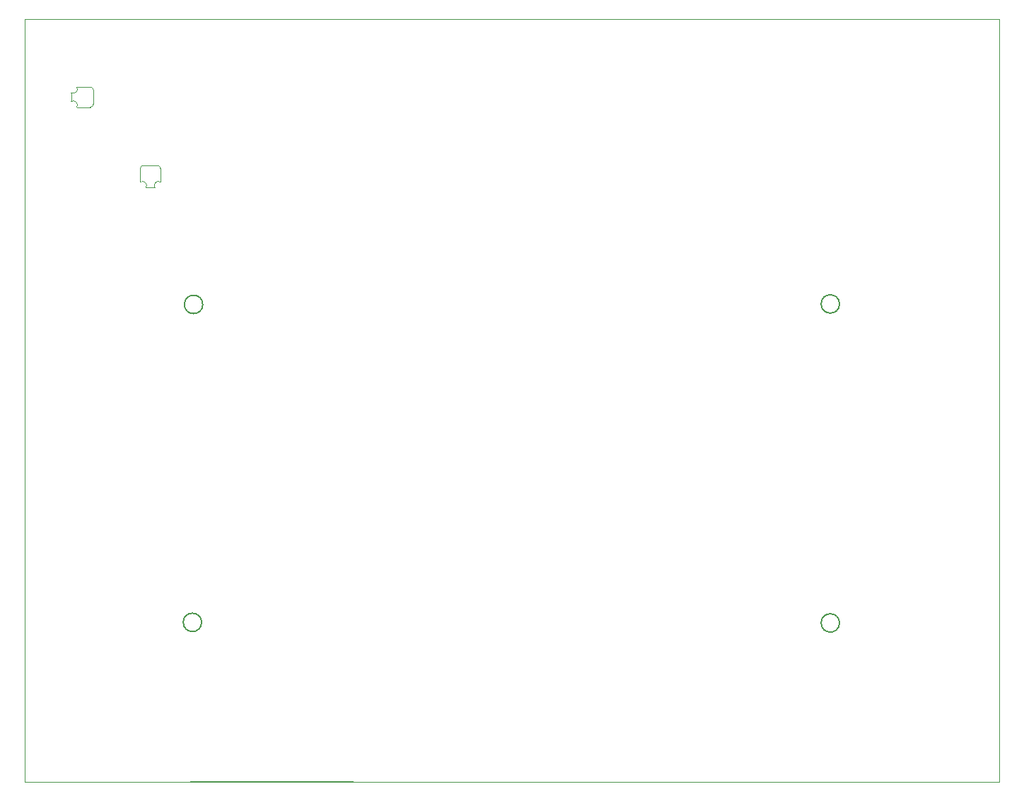
<source format=gbr>
%TF.GenerationSoftware,KiCad,Pcbnew,8.0.7*%
%TF.CreationDate,2025-02-20T17:21:26+09:00*%
%TF.ProjectId,cool642az1uball_R,636f6f6c-3634-4326-917a-317562616c6c,rev?*%
%TF.SameCoordinates,Original*%
%TF.FileFunction,Profile,NP*%
%FSLAX46Y46*%
G04 Gerber Fmt 4.6, Leading zero omitted, Abs format (unit mm)*
G04 Created by KiCad (PCBNEW 8.0.7) date 2025-02-20 17:21:26*
%MOMM*%
%LPD*%
G01*
G04 APERTURE LIST*
%TA.AperFunction,Profile*%
%ADD10C,0.050000*%
%TD*%
%TA.AperFunction,Profile*%
%ADD11C,0.200000*%
%TD*%
%TA.AperFunction,Profile*%
%ADD12C,0.120000*%
%TD*%
G04 APERTURE END LIST*
D10*
X-29750001Y24660000D02*
X86980000Y24660000D01*
X86980000Y-66687364D01*
X-29750001Y-66687364D01*
X-29750001Y24660000D01*
D11*
X67810000Y-47670000D02*
G75*
G02*
X65610000Y-47670000I-1100000J0D01*
G01*
X65610000Y-47670000D02*
G75*
G02*
X67810000Y-47670000I1100000J0D01*
G01*
X67810000Y-9470000D02*
G75*
G02*
X65610000Y-9470000I-1100000J0D01*
G01*
X65610000Y-9470000D02*
G75*
G02*
X67810000Y-9470000I1100000J0D01*
G01*
X-8420000Y-9530000D02*
G75*
G02*
X-10620000Y-9530000I-1100000J0D01*
G01*
X-10620000Y-9530000D02*
G75*
G02*
X-8420000Y-9530000I1100000J0D01*
G01*
D10*
X9580000Y-66640000D02*
X-29750001Y-66687364D01*
D11*
X-8560000Y-47600000D02*
G75*
G02*
X-10760000Y-47600000I-1100000J0D01*
G01*
X-10760000Y-47600000D02*
G75*
G02*
X-8560000Y-47600000I1100000J0D01*
G01*
D12*
%TO.C,U1*%
X-24177753Y14780553D02*
X-24177753Y15821953D01*
X-23491953Y16507753D02*
X-21891753Y16507753D01*
X-21891753Y14094753D02*
X-23491953Y14094753D01*
X-21510753Y16126753D02*
X-21510753Y14475753D01*
X-15897753Y5138047D02*
X-15897753Y6738247D01*
X-15516753Y7119247D02*
X-13865753Y7119247D01*
X-14170553Y4452247D02*
X-15211953Y4452247D01*
X-13484753Y6738247D02*
X-13484753Y5138047D01*
X-24177753Y14780553D02*
G75*
G02*
X-23491953Y14094753I247753J-438047D01*
G01*
X-23491953Y16507753D02*
G75*
G02*
X-24177753Y15821953I-438047J-247753D01*
G01*
X-21891753Y16507753D02*
G75*
G02*
X-21510753Y16126753I8J-380992D01*
G01*
X-21510753Y14475753D02*
G75*
G02*
X-21891753Y14094753I-380996J-4D01*
G01*
X-15897753Y6738247D02*
G75*
G02*
X-15516753Y7119243I380993J3D01*
G01*
X-15897753Y5138047D02*
G75*
G02*
X-15211953Y4452247I247753J-438047D01*
G01*
X-14170553Y4452247D02*
G75*
G02*
X-13484749Y5138054I438053J247753D01*
G01*
X-13865753Y7119247D02*
G75*
G02*
X-13484753Y6738247I3J-380997D01*
G01*
%TD*%
M02*

</source>
